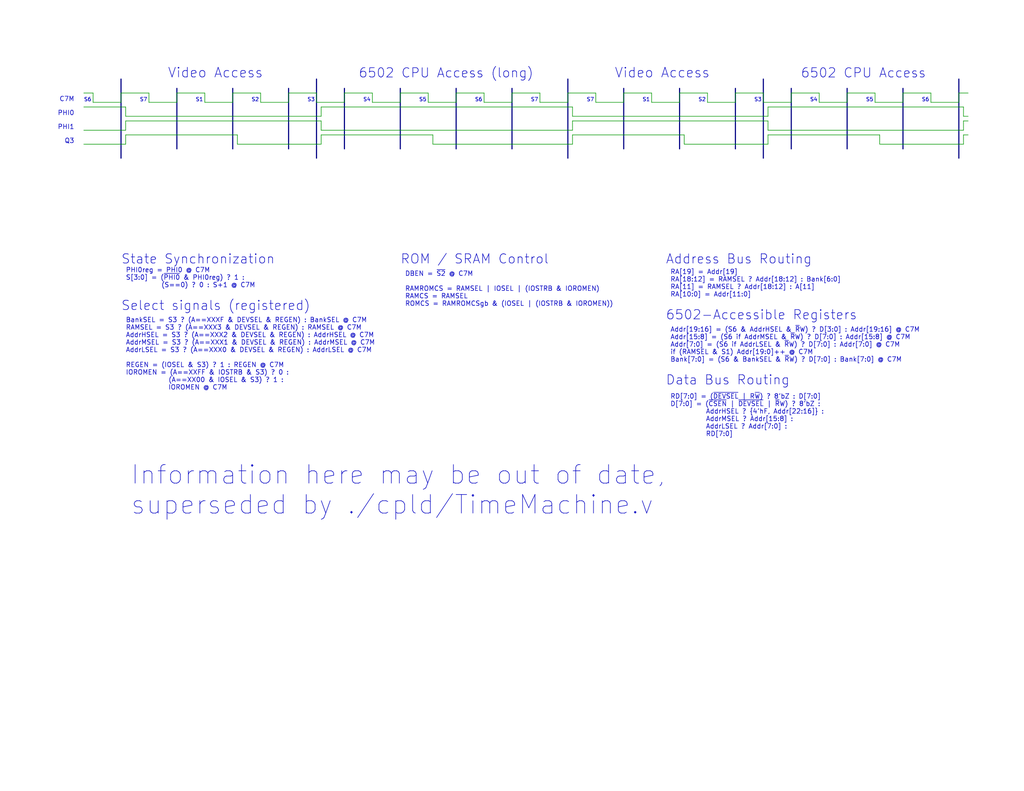
<source format=kicad_sch>
(kicad_sch (version 20230121) (generator eeschema)
  (paper "USLetter")
  (title_block (title "TimeDisk") (date "2023-03-30") (rev "1.0") (company "Garrett's Workshop"))
  (lib_symbols)
  (wire (pts (xy 261.62 27.94) (xy 261.62 25.4)))
  (wire (pts (xy 87.63 36.83) (xy 118.11 36.83)))
  (wire (pts (xy 147.32 27.94) (xy 154.94 27.94)))
  (wire (pts (xy 254 27.94) (xy 261.62 27.94)))
  (bus (pts (xy 86.36 21.59) (xy 86.36 43.18)))
  (wire (pts (xy 240.03 36.83) (xy 240.03 39.37)))
  (wire (pts (xy 86.36 25.4) (xy 86.36 27.94)))
  (wire (pts (xy 109.22 25.4) (xy 116.84 25.4)))
  (wire (pts (xy 209.55 36.83) (xy 209.55 39.37)))
  (bus (pts (xy 109.22 24.13) (xy 109.22 40.64)))
  (wire (pts (xy 34.29 35.56) (xy 34.29 33.02)))
  (wire (pts (xy 86.36 27.94) (xy 93.98 27.94)))
  (wire (pts (xy 185.42 25.4) (xy 193.04 25.4)))
  (wire (pts (xy 78.74 25.4) (xy 86.36 25.4)))
  (wire (pts (xy 101.6 27.94) (xy 109.22 27.94)))
  (wire (pts (xy 87.63 31.75) (xy 87.63 29.21)))
  (wire (pts (xy 71.12 25.4) (xy 71.12 27.94)))
  (wire (pts (xy 209.55 35.56) (xy 262.89 35.56)))
  (wire (pts (xy 156.21 31.75) (xy 209.55 31.75)))
  (wire (pts (xy 64.77 36.83) (xy 34.29 36.83)))
  (wire (pts (xy 262.89 35.56) (xy 262.89 33.02)))
  (wire (pts (xy 209.55 36.83) (xy 240.03 36.83)))
  (bus (pts (xy 246.38 24.13) (xy 246.38 40.64)))
  (wire (pts (xy 48.26 25.4) (xy 55.88 25.4)))
  (bus (pts (xy 208.28 21.59) (xy 208.28 43.18)))
  (wire (pts (xy 109.22 27.94) (xy 109.22 25.4)))
  (wire (pts (xy 33.02 27.94) (xy 33.02 25.4)))
  (wire (pts (xy 71.12 27.94) (xy 78.74 27.94)))
  (wire (pts (xy 231.14 27.94) (xy 231.14 25.4)))
  (wire (pts (xy 40.64 25.4) (xy 40.64 27.94)))
  (wire (pts (xy 262.89 36.83) (xy 264.16 36.83)))
  (wire (pts (xy 25.4 25.4) (xy 22.86 25.4)))
  (wire (pts (xy 262.89 39.37) (xy 240.03 39.37)))
  (wire (pts (xy 124.46 27.94) (xy 124.46 25.4)))
  (wire (pts (xy 64.77 39.37) (xy 87.63 39.37)))
  (bus (pts (xy 200.66 24.13) (xy 200.66 40.64)))
  (wire (pts (xy 87.63 29.21) (xy 156.21 29.21)))
  (wire (pts (xy 170.18 25.4) (xy 177.8 25.4)))
  (wire (pts (xy 93.98 27.94) (xy 93.98 25.4)))
  (bus (pts (xy 170.18 24.13) (xy 170.18 40.64)))
  (wire (pts (xy 215.9 25.4) (xy 223.52 25.4)))
  (wire (pts (xy 87.63 35.56) (xy 156.21 35.56)))
  (wire (pts (xy 156.21 39.37) (xy 156.21 36.83)))
  (wire (pts (xy 63.5 27.94) (xy 63.5 25.4)))
  (wire (pts (xy 55.88 27.94) (xy 63.5 27.94)))
  (wire (pts (xy 118.11 39.37) (xy 156.21 39.37)))
  (wire (pts (xy 208.28 25.4) (xy 208.28 27.94)))
  (wire (pts (xy 132.08 25.4) (xy 132.08 27.94)))
  (wire (pts (xy 34.29 36.83) (xy 34.29 39.37)))
  (wire (pts (xy 116.84 27.94) (xy 124.46 27.94)))
  (bus (pts (xy 93.98 24.13) (xy 93.98 40.64)))
  (wire (pts (xy 33.02 25.4) (xy 40.64 25.4)))
  (wire (pts (xy 200.66 25.4) (xy 208.28 25.4)))
  (wire (pts (xy 34.29 33.02) (xy 87.63 33.02)))
  (wire (pts (xy 223.52 25.4) (xy 223.52 27.94)))
  (wire (pts (xy 193.04 25.4) (xy 193.04 27.94)))
  (bus (pts (xy 261.62 21.59) (xy 261.62 43.18)))
  (wire (pts (xy 78.74 27.94) (xy 78.74 25.4)))
  (wire (pts (xy 262.89 29.21) (xy 262.89 31.75)))
  (bus (pts (xy 139.7 24.13) (xy 139.7 40.64)))
  (wire (pts (xy 162.56 25.4) (xy 162.56 27.94)))
  (wire (pts (xy 262.89 39.37) (xy 262.89 36.83)))
  (wire (pts (xy 22.86 29.21) (xy 34.29 29.21)))
  (wire (pts (xy 147.32 25.4) (xy 147.32 27.94)))
  (wire (pts (xy 162.56 27.94) (xy 170.18 27.94)))
  (wire (pts (xy 154.94 25.4) (xy 162.56 25.4)))
  (wire (pts (xy 48.26 27.94) (xy 48.26 25.4)))
  (wire (pts (xy 40.64 27.94) (xy 48.26 27.94)))
  (wire (pts (xy 154.94 27.94) (xy 154.94 25.4)))
  (wire (pts (xy 22.86 39.37) (xy 34.29 39.37)))
  (bus (pts (xy 63.5 24.13) (xy 63.5 40.64)))
  (wire (pts (xy 139.7 27.94) (xy 139.7 25.4)))
  (wire (pts (xy 93.98 25.4) (xy 101.6 25.4)))
  (wire (pts (xy 238.76 27.94) (xy 246.38 27.94)))
  (wire (pts (xy 254 25.4) (xy 254 27.94)))
  (bus (pts (xy 231.14 24.13) (xy 231.14 40.64)))
  (wire (pts (xy 34.29 29.21) (xy 34.29 31.75)))
  (bus (pts (xy 124.46 24.13) (xy 124.46 40.64)))
  (wire (pts (xy 208.28 27.94) (xy 215.9 27.94)))
  (wire (pts (xy 34.29 35.56) (xy 22.86 35.56)))
  (bus (pts (xy 33.02 21.59) (xy 33.02 43.18)))
  (wire (pts (xy 55.88 25.4) (xy 55.88 27.94)))
  (wire (pts (xy 118.11 36.83) (xy 118.11 39.37)))
  (wire (pts (xy 124.46 25.4) (xy 132.08 25.4)))
  (wire (pts (xy 231.14 25.4) (xy 238.76 25.4)))
  (bus (pts (xy 78.74 24.13) (xy 78.74 40.64)))
  (wire (pts (xy 63.5 25.4) (xy 71.12 25.4)))
  (wire (pts (xy 186.69 36.83) (xy 186.69 39.37)))
  (wire (pts (xy 200.66 27.94) (xy 200.66 25.4)))
  (wire (pts (xy 116.84 25.4) (xy 116.84 27.94)))
  (wire (pts (xy 156.21 36.83) (xy 186.69 36.83)))
  (wire (pts (xy 177.8 27.94) (xy 185.42 27.94)))
  (bus (pts (xy 48.26 24.13) (xy 48.26 40.64)))
  (bus (pts (xy 154.94 21.59) (xy 154.94 43.18)))
  (wire (pts (xy 25.4 27.94) (xy 25.4 25.4)))
  (wire (pts (xy 139.7 25.4) (xy 147.32 25.4)))
  (wire (pts (xy 209.55 33.02) (xy 209.55 35.56)))
  (wire (pts (xy 215.9 27.94) (xy 215.9 25.4)))
  (wire (pts (xy 156.21 35.56) (xy 156.21 33.02)))
  (wire (pts (xy 262.89 31.75) (xy 264.16 31.75)))
  (wire (pts (xy 193.04 27.94) (xy 200.66 27.94)))
  (wire (pts (xy 34.29 31.75) (xy 87.63 31.75)))
  (wire (pts (xy 132.08 27.94) (xy 139.7 27.94)))
  (wire (pts (xy 261.62 25.4) (xy 264.16 25.4)))
  (wire (pts (xy 101.6 25.4) (xy 101.6 27.94)))
  (wire (pts (xy 246.38 27.94) (xy 246.38 25.4)))
  (wire (pts (xy 156.21 29.21) (xy 156.21 31.75)))
  (bus (pts (xy 215.9 24.13) (xy 215.9 40.64)))
  (wire (pts (xy 177.8 25.4) (xy 177.8 27.94)))
  (wire (pts (xy 262.89 33.02) (xy 264.16 33.02)))
  (wire (pts (xy 87.63 33.02) (xy 87.63 35.56)))
  (wire (pts (xy 209.55 31.75) (xy 209.55 29.21)))
  (wire (pts (xy 209.55 29.21) (xy 262.89 29.21)))
  (wire (pts (xy 156.21 33.02) (xy 209.55 33.02)))
  (wire (pts (xy 64.77 36.83) (xy 64.77 39.37)))
  (wire (pts (xy 87.63 36.83) (xy 87.63 39.37)))
  (wire (pts (xy 25.4 27.94) (xy 33.02 27.94)))
  (wire (pts (xy 238.76 25.4) (xy 238.76 27.94)))
  (wire (pts (xy 223.52 27.94) (xy 231.14 27.94)))
  (wire (pts (xy 170.18 27.94) (xy 170.18 25.4)))
  (wire (pts (xy 186.69 39.37) (xy 209.55 39.37)))
  (wire (pts (xy 185.42 27.94) (xy 185.42 25.4)))
  (wire (pts (xy 246.38 25.4) (xy 254 25.4)))
  (bus (pts (xy 185.42 24.13) (xy 185.42 40.64)))
  (text "S6" (at 251.46 27.94 0) (effects (font (size 1.016 1.016)) (justify left bottom)))
  (text "S5" (at 114.3 27.94 0) (effects (font (size 1.016 1.016)) (justify left bottom)))
  (text "S4" (at 99.06 27.94 0) (effects (font (size 1.016 1.016)) (justify left bottom)))
  (text "S7" (at 38.1 27.94 0) (effects (font (size 1.016 1.016)) (justify left bottom)))
  (text "S3" (at 83.82 27.94 0) (effects (font (size 1.016 1.016)) (justify left bottom)))
  (text "S2" (at 190.5 27.94 0) (effects (font (size 1.016 1.016)) (justify left bottom)))
  (text "Information here may be out of date,\nsuperseded by ./cpld/TimeMachine.v" (at 35.56 140.97 0) (effects (font (size 5.08 5.08)) (justify left bottom)))
  (text "PHI0reg = PHI0 @ C7M\nS[3:0] = (~{PHI0} & PHI0reg) ? 1 : \n          (S==0) ? 0 : S+1 @ C7M" (at 34.29 78.74 0) (effects (font (size 1.27 1.27)) (justify left bottom)))
  (text "6502 CPU Access" (at 218.44 21.59 0) (effects (font (size 2.54 2.54)) (justify left bottom)))
  (text "Select signals (registered)" (at 33.02 85.09 0) (effects (font (size 2.54 2.54)) (justify left bottom)))
  (text "BankSEL = S3 ? (A==XXXF & DEVSEL & REGEN) : BankSEL @ C7M\nRAMSEL = S3 ? (A==XXX3 & DEVSEL & REGEN) : RAMSEL @ C7M\nAddrHSEL = S3 ? (A==XXX2 & DEVSEL & REGEN) : AddrHSEL @ C7M\nAddrMSEL = S3 ? (A==XXX1 & DEVSEL & REGEN) : AddrMSEL @ C7M\nAddrLSEL = S3 ? (A==XXX0 & DEVSEL & REGEN) : AddrLSEL @ C7M\n\nREGEN = (IOSEL & S3) ? 1 : REGEN @ C7M\nIOROMEN = (A==XXFF & IOSTRB & S3) ? 0 :\n            (A==XX00 & IOSEL & S3) ? 1 :\n            IOROMEN @ C7M" (at 34.29 106.68 0) (effects (font (size 1.27 1.27)) (justify left bottom)))
  (text "PHI0" (at 20.32 31.75 0) (effects (font (size 1.27 1.27)) (justify right bottom)))
  (text "Video Access" (at 45.72 21.59 0) (effects (font (size 2.6416 2.6416)) (justify left bottom)))
  (text "S7" (at 160.02 27.94 0) (effects (font (size 1.016 1.016)) (justify left bottom)))
  (text "S4" (at 220.98 27.94 0) (effects (font (size 1.016 1.016)) (justify left bottom)))
  (text "C7M" (at 20.32 27.94 0) (effects (font (size 1.27 1.27)) (justify right bottom)))
  (text "Q3" (at 20.32 39.37 0) (effects (font (size 1.27 1.27)) (justify right bottom)))
  (text "S6" (at 22.86 27.94 0) (effects (font (size 1.016 1.016)) (justify left bottom)))
  (text "State Synchronization" (at 33.02 72.39 0) (effects (font (size 2.54 2.54)) (justify left bottom)))
  (text "RA[19] = Addr[19]\nRA[18:12] = RAMSEL ? Addr[18:12] : Bank[6:0]\nRA[11] = RAMSEL ? Addr[18:12] : A[11]\nRA[10:0] = Addr[11:0]" (at 182.88 81.28 0) (effects (font (size 1.27 1.27)) (justify left bottom)))
  (text "6502 CPU Access (long)" (at 97.79 21.59 0) (effects (font (size 2.54 2.54)) (justify left bottom)))
  (text "S2" (at 68.58 27.94 0) (effects (font (size 1.016 1.016)) (justify left bottom)))
  (text "ROM / SRAM Control" (at 109.22 72.39 0) (effects (font (size 2.54 2.54)) (justify left bottom)))
  (text "Addr[19:16] = (S6 & AddrHSEL & ~{R}W) ? D[3:0] : Addr[19:16] @ C7M\nAddr[15:8] = (S6 if AddrMSEL & ~{R}W) ? D[7:0] : Addr[15:8] @ C7M\nAddr[7:0] = (S6 if AddrLSEL & ~{R}W) ? D[7:0] : Addr[7:0] @ C7M\nif (RAMSEL & S1) Addr[19:0]++ @ C7M\nBank[7:0] = (S6 & BankSEL & ~{R}W) ? D[7:0] : Bank[7:0] @ C7M" (at 182.88 99.06 0) (effects (font (size 1.27 1.27)) (justify left bottom)))
  (text "S1" (at 53.34 27.94 0) (effects (font (size 1.016 1.016)) (justify left bottom)))
  (text "DBEN = ~{S2} @ C7M\n\nRAMROMCS = RAMSEL | IOSEL | (IOSTRB & IOROMEN)\nRAMCS = RAMSEL\nROMCS = RAMROMCSgb & (IOSEL | (IOSTRB & IOROMEN))" (at 110.49 83.82 0) (effects (font (size 1.27 1.27)) (justify left bottom)))
  (text "S3" (at 205.74 27.94 0) (effects (font (size 1.016 1.016)) (justify left bottom)))
  (text "Data Bus Routing" (at 181.61 105.41 0) (effects (font (size 2.54 2.54)) (justify left bottom)))
  (text "S6" (at 129.54 27.94 0) (effects (font (size 1.016 1.016)) (justify left bottom)))
  (text "RD[7:0] = (~{DEVSEL} | R~{W}) ? 8’bZ : D[7:0]\nD[7:0] = (~{CSEN} | ~{DEVSEL} | ~{R}W) ? 8’bZ :\n          AddrHSEL ? {4’hF, Addr[22:16]} : \n          AddrMSEL ? Addr[15:8] : \n          AddrLSEL ? Addr[7:0] :\n          RD[7:0]" (at 182.88 119.38 0) (effects (font (size 1.27 1.27)) (justify left bottom)))
  (text "S7" (at 144.78 27.94 0) (effects (font (size 1.016 1.016)) (justify left bottom)))
  (text "PHI1" (at 20.32 35.56 0) (effects (font (size 1.27 1.27)) (justify right bottom)))
  (text "Video Access" (at 167.64 21.59 0) (effects (font (size 2.6416 2.6416)) (justify left bottom)))
  (text "S5" (at 236.22 27.94 0) (effects (font (size 1.016 1.016)) (justify left bottom)))
  (text "Address Bus Routing" (at 181.61 72.39 0) (effects (font (size 2.54 2.54)) (justify left bottom)))
  (text "S1" (at 175.26 27.94 0) (effects (font (size 1.016 1.016)) (justify left bottom)))
  (text "6502-Accessible Registers" (at 181.61 87.63 0) (effects (font (size 2.54 2.54)) (justify left bottom)))
)
</source>
